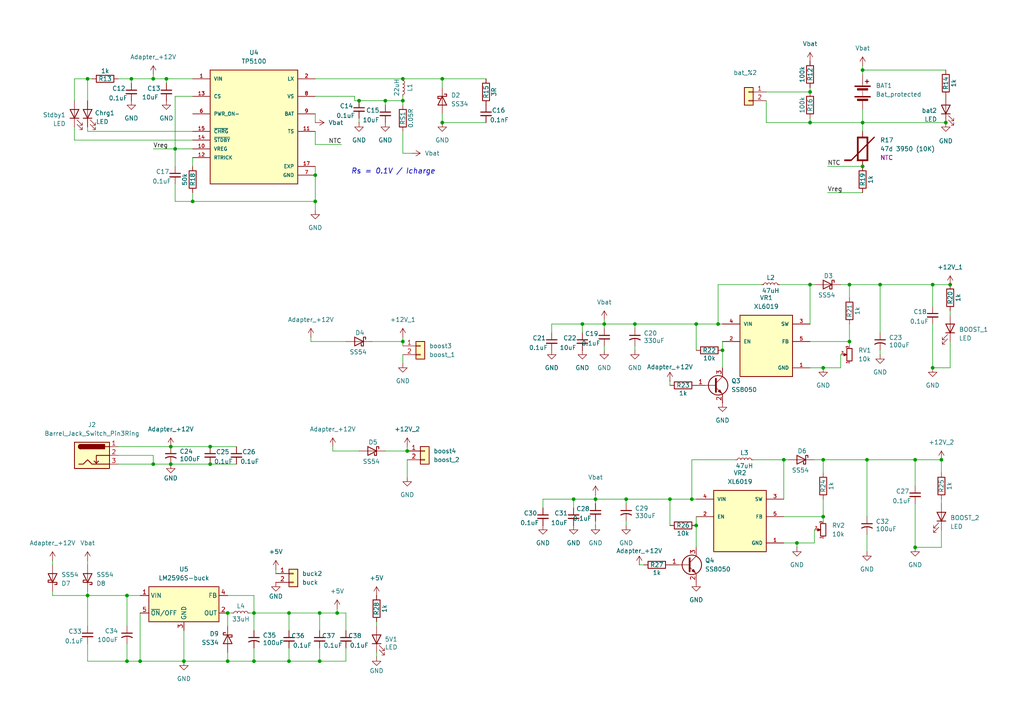
<source format=kicad_sch>
(kicad_sch (version 20250114) (generator "eeschema") (generator_version "9.0")
  (paper "A4")
  (text "Rs = 0.1V / Icharge" (at 114.046 49.784 0) (effects (font (size 1.524 1.524) (thickness 0.1905) (italic yes))))
  (junction (at 49.53 134.62))
  (junction (at 25.4 22.86))
  (junction (at 55.88 58.42))
  (junction (at 168.91 93.98))
  (junction (at 36.83 172.72))
  (junction (at 128.27 35.56))
  (junction (at 91.44 58.42))
  (junction (at 246.38 82.55))
  (junction (at 250.19 20.32))
  (junction (at 246.38 99.06))
  (junction (at 44.45 134.62))
  (junction (at 238.76 106.68))
  (junction (at 265.43 133.35))
  (junction (at 97.79 177.8))
  (junction (at 92.71 191.77))
  (junction (at 44.45 22.86))
  (junction (at 208.28 93.98))
  (junction (at 92.71 177.8))
  (junction (at 53.34 191.77))
  (junction (at 66.04 177.8))
  (junction (at 116.84 99.06))
  (junction (at 73.66 177.8))
  (junction (at 116.84 22.86))
  (junction (at 227.33 133.35))
  (junction (at 275.59 82.55))
  (junction (at 118.11 130.81))
  (junction (at 25.4 172.72))
  (junction (at 128.27 22.86))
  (junction (at 234.95 26.67))
  (junction (at 251.46 133.35))
  (junction (at 274.32 35.56))
  (junction (at 104.14 29.21))
  (junction (at 250.19 48.26))
  (junction (at 250.19 35.56))
  (junction (at 48.26 22.86))
  (junction (at 166.37 144.78))
  (junction (at 175.26 93.98))
  (junction (at 234.95 82.55))
  (junction (at 201.93 93.98))
  (junction (at 60.96 134.62))
  (junction (at 270.51 106.68))
  (junction (at 36.83 191.77))
  (junction (at 265.43 158.75))
  (junction (at 66.04 191.77))
  (junction (at 38.1 22.86))
  (junction (at 238.76 149.86))
  (junction (at 231.14 157.48))
  (junction (at 201.93 152.4))
  (junction (at 234.95 35.56))
  (junction (at 111.76 29.21))
  (junction (at 209.55 101.6))
  (junction (at 273.05 133.35))
  (junction (at 73.66 191.77))
  (junction (at 60.96 129.54))
  (junction (at 238.76 133.35))
  (junction (at 172.72 144.78))
  (junction (at 49.53 129.54))
  (junction (at 40.64 191.77))
  (junction (at 83.82 177.8))
  (junction (at 255.27 82.55))
  (junction (at 184.15 93.98))
  (junction (at 116.84 29.21))
  (junction (at 194.31 144.78))
  (junction (at 270.51 82.55))
  (junction (at 181.61 144.78))
  (junction (at 91.44 50.8))
  (junction (at 50.8 43.18))
  (junction (at 83.82 191.77))
  (junction (at 200.66 144.78))
  (wire (pts (xy 234.95 35.56) (xy 234.95 34.29)))
  (wire (pts (xy 181.61 146.05) (xy 181.61 144.78)))
  (wire (pts (xy 228.6 133.35) (xy 227.33 133.35)))
  (wire (pts (xy 83.82 187.96) (xy 83.82 191.77)))
  (wire (pts (xy 181.61 152.4) (xy 181.61 151.13)))
  (wire (pts (xy 91.44 50.8) (xy 91.44 58.42)))
  (wire (pts (xy 66.04 177.8) (xy 67.31 177.8)))
  (wire (pts (xy 172.72 144.78) (xy 181.61 144.78)))
  (wire (pts (xy 265.43 133.35) (xy 265.43 140.97)))
  (wire (pts (xy 200.66 144.78) (xy 201.93 144.78)))
  (wire (pts (xy 116.84 44.45) (xy 119.38 44.45)))
  (wire (pts (xy 83.82 191.77) (xy 92.71 191.77)))
  (wire (pts (xy 236.22 133.35) (xy 238.76 133.35)))
  (wire (pts (xy 273.05 146.05) (xy 273.05 144.78)))
  (wire (pts (xy 60.96 129.54) (xy 68.58 129.54)))
  (wire (pts (xy 157.48 147.32) (xy 157.48 144.78)))
  (wire (pts (xy 53.34 182.88) (xy 53.34 191.77)))
  (wire (pts (xy 238.76 133.35) (xy 238.76 137.16)))
  (wire (pts (xy 83.82 182.88) (xy 83.82 177.8)))
  (wire (pts (xy 91.44 60.96) (xy 91.44 58.42)))
  (wire (pts (xy 222.25 35.56) (xy 234.95 35.56)))
  (wire (pts (xy 116.84 100.33) (xy 116.84 99.06)))
  (wire (pts (xy 25.4 186.69) (xy 25.4 191.77)))
  (wire (pts (xy 102.87 29.21) (xy 104.14 29.21)))
  (wire (pts (xy 25.4 181.61) (xy 25.4 172.72)))
  (wire (pts (xy 91.44 33.02) (xy 91.44 35.56)))
  (wire (pts (xy 234.95 106.68) (xy 238.76 106.68)))
  (wire (pts (xy 250.19 31.75) (xy 250.19 35.56)))
  (wire (pts (xy 25.4 172.72) (xy 36.83 172.72)))
  (wire (pts (xy 25.4 29.21) (xy 25.4 22.86)))
  (wire (pts (xy 102.87 27.94) (xy 91.44 27.94)))
  (wire (pts (xy 25.4 38.1) (xy 55.88 38.1)))
  (wire (pts (xy 96.52 130.81) (xy 96.52 129.54)))
  (wire (pts (xy 111.76 30.48) (xy 111.76 29.21)))
  (wire (pts (xy 99.06 41.91) (xy 91.44 41.91)))
  (wire (pts (xy 44.45 21.59) (xy 44.45 22.86)))
  (wire (pts (xy 227.33 149.86) (xy 238.76 149.86)))
  (wire (pts (xy 66.04 181.61) (xy 66.04 177.8)))
  (wire (pts (xy 275.59 91.44) (xy 275.59 90.17)))
  (wire (pts (xy 44.45 132.08) (xy 44.45 134.62)))
  (wire (pts (xy 50.8 43.18) (xy 50.8 48.26)))
  (wire (pts (xy 107.95 99.06) (xy 116.84 99.06)))
  (wire (pts (xy 246.38 82.55) (xy 246.38 86.36)))
  (wire (pts (xy 25.4 171.45) (xy 25.4 172.72)))
  (wire (pts (xy 92.71 177.8) (xy 92.71 182.88)))
  (wire (pts (xy 255.27 102.87) (xy 255.27 101.6)))
  (wire (pts (xy 213.36 133.35) (xy 200.66 133.35)))
  (wire (pts (xy 118.11 133.35) (xy 118.11 138.43)))
  (wire (pts (xy 116.84 22.86) (xy 91.44 22.86)))
  (wire (pts (xy 185.42 163.83) (xy 186.69 163.83)))
  (wire (pts (xy 236.22 153.67) (xy 236.22 157.48)))
  (wire (pts (xy 49.53 134.62) (xy 60.96 134.62)))
  (wire (pts (xy 21.59 22.86) (xy 25.4 22.86)))
  (wire (pts (xy 15.24 162.56) (xy 15.24 163.83)))
  (wire (pts (xy 92.71 187.96) (xy 92.71 191.77)))
  (wire (pts (xy 201.93 93.98) (xy 201.93 101.6)))
  (wire (pts (xy 44.45 134.62) (xy 49.53 134.62)))
  (wire (pts (xy 34.29 22.86) (xy 38.1 22.86)))
  (wire (pts (xy 116.84 97.79) (xy 116.84 99.06)))
  (wire (pts (xy 240.03 48.26) (xy 250.19 48.26)))
  (wire (pts (xy 55.88 27.94) (xy 50.8 27.94)))
  (wire (pts (xy 194.31 144.78) (xy 194.31 152.4)))
  (wire (pts (xy 97.79 177.8) (xy 100.33 177.8)))
  (wire (pts (xy 255.27 82.55) (xy 270.51 82.55)))
  (wire (pts (xy 209.55 99.06) (xy 209.55 101.6)))
  (wire (pts (xy 243.84 82.55) (xy 246.38 82.55)))
  (wire (pts (xy 100.33 177.8) (xy 100.33 182.88)))
  (wire (pts (xy 109.22 180.34) (xy 109.22 181.61)))
  (wire (pts (xy 73.66 191.77) (xy 83.82 191.77)))
  (wire (pts (xy 265.43 158.75) (xy 265.43 146.05)))
  (wire (pts (xy 48.26 24.13) (xy 48.26 22.86)))
  (wire (pts (xy 80.01 165.1) (xy 80.01 166.37)))
  (wire (pts (xy 273.05 158.75) (xy 265.43 158.75)))
  (wire (pts (xy 166.37 144.78) (xy 172.72 144.78)))
  (wire (pts (xy 66.04 191.77) (xy 73.66 191.77)))
  (wire (pts (xy 128.27 35.56) (xy 140.97 35.56)))
  (wire (pts (xy 250.19 19.05) (xy 250.19 20.32)))
  (wire (pts (xy 184.15 95.25) (xy 184.15 93.98)))
  (wire (pts (xy 66.04 172.72) (xy 73.66 172.72)))
  (wire (pts (xy 208.28 93.98) (xy 209.55 93.98)))
  (wire (pts (xy 83.82 177.8) (xy 92.71 177.8)))
  (wire (pts (xy 55.88 45.72) (xy 55.88 48.26)))
  (wire (pts (xy 73.66 177.8) (xy 83.82 177.8)))
  (wire (pts (xy 34.29 132.08) (xy 44.45 132.08)))
  (wire (pts (xy 116.84 29.21) (xy 116.84 27.94)))
  (wire (pts (xy 168.91 93.98) (xy 175.26 93.98)))
  (wire (pts (xy 100.33 99.06) (xy 90.17 99.06)))
  (wire (pts (xy 15.24 172.72) (xy 15.24 171.45)))
  (wire (pts (xy 36.83 181.61) (xy 36.83 172.72)))
  (wire (pts (xy 251.46 133.35) (xy 251.46 149.86)))
  (wire (pts (xy 66.04 191.77) (xy 66.04 189.23)))
  (wire (pts (xy 55.88 55.88) (xy 55.88 58.42)))
  (wire (pts (xy 128.27 25.4) (xy 128.27 22.86)))
  (wire (pts (xy 160.02 93.98) (xy 168.91 93.98)))
  (wire (pts (xy 227.33 133.35) (xy 227.33 144.78)))
  (wire (pts (xy 15.24 172.72) (xy 25.4 172.72)))
  (wire (pts (xy 128.27 22.86) (xy 116.84 22.86)))
  (wire (pts (xy 111.76 130.81) (xy 118.11 130.81)))
  (wire (pts (xy 231.14 157.48) (xy 236.22 157.48)))
  (wire (pts (xy 175.26 93.98) (xy 184.15 93.98)))
  (wire (pts (xy 208.28 82.55) (xy 208.28 93.98)))
  (wire (pts (xy 49.53 129.54) (xy 60.96 129.54)))
  (wire (pts (xy 238.76 133.35) (xy 251.46 133.35)))
  (wire (pts (xy 200.66 133.35) (xy 200.66 144.78)))
  (wire (pts (xy 194.31 144.78) (xy 200.66 144.78)))
  (wire (pts (xy 251.46 160.02) (xy 251.46 154.94)))
  (wire (pts (xy 275.59 99.06) (xy 275.59 106.68)))
  (wire (pts (xy 50.8 43.18) (xy 55.88 43.18)))
  (wire (pts (xy 172.72 152.4) (xy 172.72 151.13)))
  (wire (pts (xy 175.26 93.98) (xy 175.26 92.71)))
  (wire (pts (xy 36.83 172.72) (xy 40.64 172.72)))
  (wire (pts (xy 234.95 99.06) (xy 246.38 99.06)))
  (wire (pts (xy 72.39 177.8) (xy 73.66 177.8)))
  (wire (pts (xy 91.44 48.26) (xy 91.44 50.8)))
  (wire (pts (xy 243.84 102.87) (xy 243.84 106.68)))
  (wire (pts (xy 184.15 101.6) (xy 184.15 100.33)))
  (wire (pts (xy 157.48 144.78) (xy 166.37 144.78)))
  (wire (pts (xy 231.14 158.75) (xy 231.14 157.48)))
  (wire (pts (xy 234.95 82.55) (xy 234.95 93.98)))
  (wire (pts (xy 34.29 129.54) (xy 49.53 129.54)))
  (wire (pts (xy 21.59 40.64) (xy 55.88 40.64)))
  (wire (pts (xy 246.38 82.55) (xy 255.27 82.55)))
  (wire (pts (xy 109.22 190.5) (xy 109.22 189.23)))
  (wire (pts (xy 116.84 30.48) (xy 116.84 29.21)))
  (wire (pts (xy 270.51 106.68) (xy 275.59 106.68)))
  (wire (pts (xy 265.43 133.35) (xy 273.05 133.35)))
  (wire (pts (xy 238.76 144.78) (xy 238.76 149.86)))
  (wire (pts (xy 50.8 58.42) (xy 55.88 58.42)))
  (wire (pts (xy 91.44 41.91) (xy 91.44 38.1)))
  (wire (pts (xy 25.4 36.83) (xy 25.4 38.1)))
  (wire (pts (xy 246.38 93.98) (xy 246.38 99.06)))
  (wire (pts (xy 236.22 82.55) (xy 234.95 82.55)))
  (wire (pts (xy 270.51 82.55) (xy 275.59 82.55)))
  (wire (pts (xy 38.1 22.86) (xy 44.45 22.86)))
  (wire (pts (xy 128.27 33.02) (xy 128.27 35.56)))
  (wire (pts (xy 168.91 96.52) (xy 168.91 93.98)))
  (wire (pts (xy 50.8 27.94) (xy 50.8 43.18)))
  (wire (pts (xy 92.71 191.77) (xy 100.33 191.77)))
  (wire (pts (xy 116.84 102.87) (xy 116.84 105.41)))
  (wire (pts (xy 25.4 191.77) (xy 36.83 191.77)))
  (wire (pts (xy 116.84 38.1) (xy 116.84 44.45)))
  (wire (pts (xy 104.14 29.21) (xy 111.76 29.21)))
  (wire (pts (xy 250.19 35.56) (xy 250.19 38.1)))
  (wire (pts (xy 175.26 101.6) (xy 175.26 100.33)))
  (wire (pts (xy 209.55 101.6) (xy 209.55 106.68)))
  (wire (pts (xy 184.15 93.98) (xy 201.93 93.98)))
  (wire (pts (xy 175.26 95.25) (xy 175.26 93.98)))
  (wire (pts (xy 36.83 191.77) (xy 40.64 191.77)))
  (wire (pts (xy 97.79 176.53) (xy 97.79 177.8)))
  (wire (pts (xy 100.33 187.96) (xy 100.33 191.77)))
  (wire (pts (xy 55.88 58.42) (xy 91.44 58.42)))
  (wire (pts (xy 50.8 53.34) (xy 50.8 58.42)))
  (wire (pts (xy 104.14 130.81) (xy 96.52 130.81)))
  (wire (pts (xy 222.25 29.21) (xy 222.25 35.56)))
  (wire (pts (xy 21.59 36.83) (xy 21.59 40.64)))
  (wire (pts (xy 194.31 110.49) (xy 194.31 111.76)))
  (wire (pts (xy 34.29 134.62) (xy 44.45 134.62)))
  (wire (pts (xy 118.11 130.81) (xy 118.11 129.54)))
  (wire (pts (xy 227.33 133.35) (xy 218.44 133.35)))
  (wire (pts (xy 251.46 133.35) (xy 265.43 133.35)))
  (wire (pts (xy 40.64 177.8) (xy 40.64 191.77)))
  (wire (pts (xy 234.95 82.55) (xy 226.06 82.55)))
  (wire (pts (xy 274.32 20.32) (xy 250.19 20.32)))
  (wire (pts (xy 250.19 21.59) (xy 250.19 20.32)))
  (wire (pts (xy 48.26 22.86) (xy 44.45 22.86)))
  (wire (pts (xy 222.25 26.67) (xy 234.95 26.67)))
  (wire (pts (xy 227.33 157.48) (xy 231.14 157.48)))
  (wire (pts (xy 92.71 177.8) (xy 97.79 177.8)))
  (wire (pts (xy 21.59 29.21) (xy 21.59 22.86)))
  (wire (pts (xy 246.38 99.06) (xy 246.38 100.33)))
  (wire (pts (xy 73.66 187.96) (xy 73.66 191.77)))
  (wire (pts (xy 238.76 106.68) (xy 243.84 106.68)))
  (wire (pts (xy 102.87 29.21) (xy 102.87 27.94)))
  (wire (pts (xy 234.95 35.56) (xy 250.19 35.56)))
  (wire (pts (xy 172.72 144.78) (xy 172.72 143.51)))
  (wire (pts (xy 201.93 93.98) (xy 208.28 93.98)))
  (wire (pts (xy 44.45 43.18) (xy 50.8 43.18)))
  (wire (pts (xy 270.51 106.68) (xy 270.51 93.98)))
  (wire (pts (xy 234.95 25.4) (xy 234.95 26.67)))
  (wire (pts (xy 53.34 191.77) (xy 66.04 191.77)))
  (wire (pts (xy 172.72 146.05) (xy 172.72 144.78)))
  (wire (pts (xy 220.98 82.55) (xy 208.28 82.55)))
  (wire (pts (xy 48.26 22.86) (xy 55.88 22.86)))
  (wire (pts (xy 255.27 82.55) (xy 255.27 96.52)))
  (wire (pts (xy 128.27 22.86) (xy 140.97 22.86)))
  (wire (pts (xy 73.66 177.8) (xy 73.66 182.88)))
  (wire (pts (xy 38.1 24.13) (xy 38.1 22.86)))
  (wire (pts (xy 73.66 172.72) (xy 73.66 177.8)))
  (wire (pts (xy 273.05 133.35) (xy 273.05 137.16)))
  (wire (pts (xy 111.76 29.21) (xy 116.84 29.21)))
  (wire (pts (xy 25.4 162.56) (xy 25.4 163.83)))
  (wire (pts (xy 201.93 149.86) (xy 201.93 152.4)))
  (wire (pts (xy 270.51 82.55) (xy 270.51 88.9)))
  (wire (pts (xy 40.64 191.77) (xy 53.34 191.77)))
  (wire (pts (xy 273.05 153.67) (xy 273.05 158.75)))
  (wire (pts (xy 36.83 186.69) (xy 36.83 191.77)))
  (wire (pts (xy 25.4 22.86) (xy 26.67 22.86)))
  (wire (pts (xy 90.17 99.06) (xy 90.17 97.79)))
  (wire (pts (xy 240.03 55.88) (xy 250.19 55.88)))
  (wire (pts (xy 238.76 149.86) (xy 238.76 151.13)))
  (wire (pts (xy 201.93 152.4) (xy 201.93 158.75)))
  (wire (pts (xy 160.02 96.52) (xy 160.02 93.98)))
  (wire (pts (xy 181.61 144.78) (xy 194.31 144.78)))
  (wire (pts (xy 250.19 35.56) (xy 274.32 35.56)))
  (wire (pts (xy 104.14 35.56) (xy 104.14 34.29)))
  (wire (pts (xy 166.37 147.32) (xy 166.37 144.78)))
  (wire (pts (xy 60.96 134.62) (xy 68.58 134.62)))
  (label "Vreg" (at 240.03 55.88 0))
  (label "NTC" (at 99.06 41.91 180))
  (label "Vreg" (at 44.45 43.18 0))
  (label "NTC" (at 240.03 48.26 0))
  (symbol (lib_id "PCM_4ms_Connector:Conn_01x02") (at 121.92 100.33 0) (unit 1)
    (property "Reference" "boost3" (at 124.46 100.3299 0) (effects (justify left)))
    (property "Value" "boost_1" (at 124.46 102.8699 0) (effects (justify left)))
    (property "Footprint" "Connector_JST:JST_VH_B2P-VH-B_1x02_P3.96mm_Vertical" (effects (hide yes)))
    (property "Description" "HEADER 1x2 MALE PINS 0.100” 180deg" (effects (hide yes)))
    (property "Specifications" "Pins_01x02, Header, Male Pins, 1*2, spacing 2.54mm, straight pin" (effects (hide yes)))
    (property "Manufacturer" "TAD" (effects (hide yes)))
    (property "Part Number" "1-0201FBV0T" (effects (hide yes)))
  )
  (symbol (lib_id "power:GND") (at 168.91 101.6 0) (unit 1)
    (property "Reference" "#PWR058" (effects (hide yes)))
    (property "Value" "GND" (at 168.91 106.68 0))
    (property "Description" "Power symbol creates a global label with name \"GND\" , ground" (effects (hide yes)))
  )
  (symbol (lib_id "Device:C_Small") (at 172.72 148.59 0) (unit 1)
    (property "Reference" "C28" (at 167.132 147.574 0) (effects (justify left)))
    (property "Value" "0.1uF" (at 166.116 150.368 0) (effects (justify left)))
    (property "Footprint" "PCM_4ms_Capacitor:C_0603" (effects (hide yes)))
    (property "Description" "Unpolarized capacitor, small symbol" (effects (hide yes)))
  )
  (symbol (lib_id "Device:C_Small_US") (at 251.46 152.4 0) (unit 1)
    (property "Reference" "C32" (at 254 151.2569 0) (effects (justify left)))
    (property "Value" "100uF" (at 254 153.416 0) (effects (justify left)))
    (property "Footprint" "PCM_Capacitor_SMD_Handsoldering_AKL:C_Elec_6.3x7.7" (effects (hide yes)))
    (property "Description" "capacitor, small US symbol" (effects (hide yes)))
  )
  (symbol (lib_id "Diode:1N5822") (at 128.27 29.21 270) (unit 1)
    (property "Reference" "D2" (at 130.81 27.6224 90) (effects (justify left)))
    (property "Value" "SS34" (at 130.81 30.1624 90) (effects (justify left)))
    (property "Footprint" "Diode_SMD:D_SMA" (effects (hide yes)))
    (property "Datasheet" "http://www.vishay.com/docs/88526/1n5820.pdf" (effects (hide yes)))
    (property "Description" "40V 3A Schottky Barrier Rectifier Diode, DO-201AD" (effects (hide yes)))
  )
  (symbol (lib_id "Device:C_Small") (at 48.26 26.67 0) (unit 1)
    (property "Reference" "C13" (at 42.672 25.654 0) (effects (justify left)))
    (property "Value" "10uF" (at 41.148 28.194 0) (effects (justify left)))
    (property "Footprint" "PCM_4ms_Capacitor:C_0603" (effects (hide yes)))
    (property "Description" "Unpolarized capacitor, small symbol" (effects (hide yes)))
  )
  (symbol (lib_id "power:GND") (at 104.14 35.56 0) (unit 1)
    (property "Reference" "#PWR047" (effects (hide yes)))
    (property "Value" "GND" (at 104.14 40.64 0))
    (property "Description" "Power symbol creates a global label with name \"GND\" , ground" (effects (hide yes)))
  )
  (symbol (lib_id "power:+12V") (at 25.4 162.56 0) (unit 1)
    (property "Reference" "#PWR082" (effects (hide yes)))
    (property "Value" "Vbat" (at 25.4 157.48 0))
    (property "Description" "Power symbol creates a global label with name \"+12V\"" (effects (hide yes)))
  )
  (symbol (lib_id "power:+12V") (at 49.53 129.54 0) (unit 1)
    (property "Reference" "#PWR067" (effects (hide yes)))
    (property "Value" "Adapter_+12V" (at 49.53 124.46 0))
    (property "Description" "Power symbol creates a global label with name \"+12V\"" (effects (hide yes)))
  )
  (symbol (lib_id "Device:R") (at 246.38 90.17 0) (mirror x) (unit 1)
    (property "Reference" "R21" (at 246.38 90.17 90))
    (property "Value" "1k" (at 248.666 90.17 90))
    (property "Footprint" "PCM_4ms_Resistor:R_0603" (effects (hide yes)))
    (property "Description" "Resistor" (effects (hide yes)))
  )
  (symbol (lib_id "power:GND") (at 231.14 158.75 0) (unit 1)
    (property "Reference" "#PWR078" (effects (hide yes)))
    (property "Value" "GND" (at 231.14 163.83 0))
    (property "Description" "Power symbol creates a global label with name \"GND\" , ground" (effects (hide yes)))
  )
  (symbol (lib_id "Device:C_Small") (at 38.1 26.67 0) (unit 1)
    (property "Reference" "C12" (at 32.512 25.654 0) (effects (justify left)))
    (property "Value" "0.1uF" (at 31.496 28.448 0) (effects (justify left)))
    (property "Footprint" "PCM_4ms_Capacitor:C_0603" (effects (hide yes)))
    (property "Description" "Unpolarized capacitor, small symbol" (effects (hide yes)))
  )
  (symbol (lib_id "power:+12V") (at 185.42 163.83 0) (unit 1)
    (property "Reference" "#PWR083" (effects (hide yes)))
    (property "Value" "Adapter_+12V" (at 185.42 159.766 0))
    (property "Description" "Power symbol creates a global label with name \"+12V\"" (effects (hide yes)))
  )
  (symbol (lib_id "Device:LED") (at 275.59 95.25 270) (mirror x) (unit 1)
    (property "Reference" "BOOST_1" (at 278.13 95.5674 90) (effects (justify left)))
    (property "Value" "LED" (at 278.13 98.1074 90) (effects (justify left)))
    (property "Footprint" "PCM_LED_SMD_AKL:LED_0603_1608Metric_Pad1.05x0.95mm" (effects (hide yes)))
    (property "Description" "Light emitting diode" (effects (hide yes)))
    (property "Sim.Pins" "1=K 2=A" (effects (hide yes)))
  )
  (symbol (lib_id "power:GND") (at 118.11 138.43 0) (unit 1)
    (property "Reference" "#PWR072" (effects (hide yes)))
    (property "Value" "GND" (at 118.11 143.51 0))
    (property "Description" "Power symbol creates a global label with name \"GND\" , ground" (effects (hide yes)))
  )
  (symbol (lib_id "power:GND") (at 157.48 152.4 0) (unit 1)
    (property "Reference" "#PWR074" (effects (hide yes)))
    (property "Value" "GND" (at 157.48 157.48 0))
    (property "Description" "Power symbol creates a global label with name \"GND\" , ground" (effects (hide yes)))
  )
  (symbol (lib_id "power:+12V") (at 172.72 143.51 0) (unit 1)
    (property "Reference" "#PWR073" (effects (hide yes)))
    (property "Value" "Vbat" (at 172.72 138.43 0))
    (property "Description" "Power symbol creates a global label with name \"+12V\"" (effects (hide yes)))
  )
  (symbol (lib_id "power:+5V") (at 80.01 165.1 0) (unit 1)
    (property "Reference" "#PWR084" (effects (hide yes)))
    (property "Value" "+5V" (at 80.01 160.02 0))
    (property "Description" "Power symbol creates a global label with name \"+5V\"" (effects (hide yes)))
  )
  (symbol (lib_id "Device:C_Small_US") (at 184.15 97.79 0) (unit 1)
    (property "Reference" "C20" (at 186.69 96.6469 0) (effects (justify left)))
    (property "Value" "330uF" (at 186.69 98.806 0) (effects (justify left)))
    (property "Footprint" "PCM_Capacitor_SMD_Handsoldering_AKL:C_Elec_6.3x7.7" (effects (hide yes)))
    (property "Description" "capacitor, small US symbol" (effects (hide yes)))
  )
  (symbol (lib_id "Connector:Barrel_Jack_Switch_Pin3Ring") (at 26.67 132.08 0) (unit 1)
    (property "Reference" "J2" (at 26.67 123.19 0))
    (property "Value" "Barrel_Jack_Switch_Pin3Ring" (at 26.67 125.73 0))
    (property "Footprint" "my_custom_footprint:GCT_DCJ200-10-A-XX-K_REVA" (effects (hide yes)))
    (property "Description" "DC Barrel Jack with an internal switch" (effects (hide yes)))
  )
  (symbol (lib_id "power:+12V") (at 44.45 21.59 0) (unit 1)
    (property "Reference" "#PWR043" (effects (hide yes)))
    (property "Value" "Adapter_+12V" (at 44.45 16.51 0))
    (property "Description" "Power symbol creates a global label with name \"+12V\"" (effects (hide yes)))
  )
  (symbol (lib_id "Device:C_Small") (at 111.76 33.02 0) (unit 1)
    (property "Reference" "C15" (at 106.172 32.004 0) (effects (justify left)))
    (property "Value" "10uF" (at 105.156 34.798 0) (effects (justify left)))
    (property "Footprint" "PCM_4ms_Capacitor:C_0603" (effects (hide yes)))
    (property "Description" "Unpolarized capacitor, small symbol" (effects (hide yes)))
  )
  (symbol (lib_id "Transistor_BJT:SS8050") (at 207.01 111.76 0) (unit 1)
    (property "Reference" "Q3" (at 212.09 110.4899 0) (effects (justify left)))
    (property "Value" "SS8050" (at 212.09 113.0299 0) (effects (justify left)))
    (property "Footprint" "Package_TO_SOT_SMD:SOT-23" (effects (hide yes)))
    (property "Datasheet" "http://www.secosgmbh.com/datasheet/products/SSMPTransistor/SOT-23/SS8050.pdf" (effects (hide yes)))
    (property "Description" "General Purpose NPN Transistor, 1.5A Ic, 25V Vce, SOT-23" (effects (hide yes)))
  )
  (symbol (lib_id "Device:C_Small") (at 168.91 99.06 0) (unit 1)
    (property "Reference" "C22" (at 163.322 98.044 0) (effects (justify left)))
    (property "Value" "10uF" (at 162.306 100.838 0) (effects (justify left)))
    (property "Footprint" "PCM_4ms_Capacitor:C_0603" (effects (hide yes)))
    (property "Description" "Unpolarized capacitor, small symbol" (effects (hide yes)))
  )
  (symbol (lib_id "Device:R") (at 205.74 101.6 270) (unit 1)
    (property "Reference" "R22" (at 205.74 101.6 90))
    (property "Value" "10k" (at 205.74 103.886 90))
    (property "Footprint" "PCM_4ms_Resistor:R_0603" (effects (hide yes)))
    (property "Description" "Resistor" (effects (hide yes)))
  )
  (symbol (lib_id "Device:C_Small") (at 83.82 185.42 0) (mirror y) (unit 1)
    (property "Reference" "C36" (at 88.392 184.404 0) (effects (justify left)))
    (property "Value" "0.1uF" (at 90.424 187.198 0) (effects (justify left)))
    (property "Footprint" "PCM_4ms_Capacitor:C_0603" (effects (hide yes)))
    (property "Description" "Unpolarized capacitor, small symbol" (effects (hide yes)))
  )
  (symbol (lib_id "Device:LED") (at 274.32 31.75 90) (unit 1)
    (property "Reference" "bat2" (at 271.78 32.0674 90) (effects (justify left)))
    (property "Value" "LED" (at 271.78 34.6074 90) (effects (justify left)))
    (property "Footprint" "PCM_LED_SMD_AKL:LED_0603_1608Metric_Pad1.05x0.95mm" (effects (hide yes)))
    (property "Description" "Light emitting diode" (effects (hide yes)))
    (property "Sim.Pins" "1=K 2=A" (effects (hide yes)))
  )
  (symbol (lib_id "Device:R") (at 190.5 163.83 270) (unit 1)
    (property "Reference" "R27" (at 190.5 163.83 90))
    (property "Value" "1k" (at 190.5 166.116 90))
    (property "Footprint" "PCM_4ms_Resistor:R_0603" (effects (hide yes)))
    (property "Description" "Resistor" (effects (hide yes)))
  )
  (symbol (lib_id "Device:C_Small_US") (at 181.61 148.59 0) (unit 1)
    (property "Reference" "C29" (at 184.15 147.4469 0) (effects (justify left)))
    (property "Value" "330uF" (at 184.15 149.606 0) (effects (justify left)))
    (property "Footprint" "PCM_Capacitor_SMD_Handsoldering_AKL:C_Elec_6.3x7.7" (effects (hide yes)))
    (property "Description" "capacitor, small US symbol" (effects (hide yes)))
  )
  (symbol (lib_id "Diode:1N5822") (at 232.41 133.35 0) (mirror y) (unit 1)
    (property "Reference" "D6" (at 233.9976 130.81 0) (effects (justify left)))
    (property "Value" "SS54" (at 234.696 136.398 0) (effects (justify left)))
    (property "Footprint" "Diode_SMD:D_SMA" (effects (hide yes)))
    (property "Datasheet" "http://www.vishay.com/docs/88526/1n5820.pdf" (effects (hide yes)))
    (property "Description" "40V 3A Schottky Barrier Rectifier Diode, DO-201AD" (effects (hide yes)))
  )
  (symbol (lib_id "power:GND") (at 255.27 102.87 0) (unit 1)
    (property "Reference" "#PWR061" (effects (hide yes)))
    (property "Value" "GND" (at 255.27 107.95 0))
    (property "Description" "Power symbol creates a global label with name \"GND\" , ground" (effects (hide yes)))
  )
  (symbol (lib_id "PCM_Elektuur:R-nonlin") (at 250.19 43.18 0) (unit 1)
    (property "Reference" "R17" (at 255.27 40.6399 0) (effects (justify left)))
    (property "Value" "47d 3950 (10K)" (at 255.27 43.1799 0) (effects (justify left)))
    (property "Footprint" "PCM_Resistor_THT_AKL_Double:R_Axial_DIN0204_L3.6mm_D1.6mm_P5.08mm_Horizontal" (effects (hide yes)))
    (property "Description" "non-linear resistor, inherent/intrinsic variability" (effects (hide yes)))
    (property "Indicator" "+" (effects (hide yes)))
    (property "Rating" "NTC" (at 255.27 45.7199 0) (effects (justify left)))
  )
  (symbol (lib_id "Device:LED") (at 109.22 185.42 90) (unit 1)
    (property "Reference" "5V1" (at 115.316 185.42 90) (effects (justify left)))
    (property "Value" "LED" (at 115.316 187.706 90) (effects (justify left)))
    (property "Footprint" "PCM_LED_SMD_AKL:LED_0603_1608Metric_Pad1.05x0.95mm" (effects (hide yes)))
    (property "Description" "Light emitting diode" (effects (hide yes)))
    (property "Sim.Pins" "1=K 2=A" (effects (hide yes)))
  )
  (symbol (lib_id "power:+12V") (at 194.31 110.49 0) (unit 1)
    (property "Reference" "#PWR065" (effects (hide yes)))
    (property "Value" "Adapter_+12V" (at 194.31 106.426 0))
    (property "Description" "Power symbol creates a global label with name \"+12V\"" (effects (hide yes)))
  )
  (symbol (lib_id "power:GND") (at 274.32 35.56 0) (unit 1)
    (property "Reference" "#PWR050" (effects (hide yes)))
    (property "Value" "GND" (at 274.32 40.894 0))
    (property "Description" "Power symbol creates a global label with name \"GND\" , ground" (effects (hide yes)))
  )
  (symbol (lib_id "Device:R") (at 234.95 21.59 0) (mirror y) (unit 1)
    (property "Reference" "R12" (at 234.95 21.59 90))
    (property "Value" "100k" (at 232.664 21.59 90))
    (property "Footprint" "PCM_4ms_Resistor:R_0603" (effects (hide yes)))
    (property "Description" "Resistor" (effects (hide yes)))
  )
  (symbol (lib_id "Diode:1N5822") (at 107.95 130.81 0) (mirror y) (unit 1)
    (property "Reference" "D5" (at 109.5376 128.27 0) (effects (justify left)))
    (property "Value" "SS54" (at 110.236 133.858 0) (effects (justify left)))
    (property "Footprint" "Diode_SMD:D_SMA" (effects (hide yes)))
    (property "Datasheet" "http://www.vishay.com/docs/88526/1n5820.pdf" (effects (hide yes)))
    (property "Description" "40V 3A Schottky Barrier Rectifier Diode, DO-201AD" (effects (hide yes)))
  )
  (symbol (lib_id "power:GND") (at 80.01 168.91 0) (unit 1)
    (property "Reference" "#PWR085" (effects (hide yes)))
    (property "Value" "GND" (at 80.01 172.974 0))
    (property "Description" "Power symbol creates a global label with name \"GND\" , ground" (effects (hide yes)))
  )
  (symbol (lib_id "Device:C_Small") (at 140.97 33.02 0) (mirror y) (unit 1)
    (property "Reference" "C16" (at 146.558 32.004 0) (effects (justify left)))
    (property "Value" "0.1nF" (at 147.574 34.798 0) (effects (justify left)))
    (property "Footprint" "PCM_4ms_Capacitor:C_0603" (effects (hide yes)))
    (property "Description" "Unpolarized capacitor, small symbol" (effects (hide yes)))
  )
  (symbol (lib_id "XL6009:XL6009") (at 214.63 149.86 0) (unit 1)
    (property "Reference" "VR2" (at 214.63 137.16 0))
    (property "Value" "XL6019" (at 214.63 139.7 0))
    (property "Footprint" "PCM_Package_TO_SOT_SMD_AKL:TO-263-5_TabPin6_ThermalVias" (effects (hide yes)))
    (property "MF" "XLSEMI" (effects (hide yes)))
    (property "MAXIMUM_PACKAGE_HEIGHT" "4.65mm" (effects (hide yes)))
    (property "Package" "TO-263-5L XLSEMI" (effects (hide yes)))
    (property "Price" "None" (effects (hide yes)))
    (property "Check_prices" "https://www.snapeda.com/parts/XL6009/XLSEMI/view-part/?ref=eda" (effects (hide yes)))
    (property "STANDARD" "IPC-7351B" (effects (hide yes)))
    (property "PARTREV" "1.1" (effects (hide yes)))
    (property "SnapEDA_Link" "https://www.snapeda.com/parts/XL6009/XLSEMI/view-part/?ref=snap" (effects (hide yes)))
    (property "MP" "XL6009" (effects (hide yes)))
    (property "Description_1" "The XL6009 regulator is a wide input range, current mode, DC/DC converter which is capable of generating either positive or negative output voltages." (effects (hide yes)))
    (property "Availability" "Not in stock" (effects (hide yes)))
    (property "MANUFACTURER" "XLSEMI" (effects (hide yes)))
  )
  (symbol (lib_id "power:+12V") (at 15.24 162.56 0) (unit 1)
    (property "Reference" "#PWR081" (effects (hide yes)))
    (property "Value" "Adapter_+12V" (at 15.24 157.48 0))
    (property "Description" "Power symbol creates a global label with name \"+12V\"" (effects (hide yes)))
  )
  (symbol (lib_id "Device:C_Small") (at 100.33 185.42 0) (mirror y) (unit 1)
    (property "Reference" "C38" (at 104.902 184.404 0) (effects (justify left)))
    (property "Value" "0.1uF" (at 106.934 187.198 0) (effects (justify left)))
    (property "Footprint" "PCM_4ms_Capacitor:C_0603" (effects (hide yes)))
    (property "Description" "Unpolarized capacitor, small symbol" (effects (hide yes)))
  )
  (symbol (lib_id "power:GND") (at 166.37 152.4 0) (unit 1)
    (property "Reference" "#PWR075" (effects (hide yes)))
    (property "Value" "GND" (at 166.37 157.48 0))
    (property "Description" "Power symbol creates a global label with name \"GND\" , ground" (effects (hide yes)))
  )
  (symbol (lib_id "power:GND") (at 48.26 29.21 0) (unit 1)
    (property "Reference" "#PWR045" (effects (hide yes)))
    (property "Value" "GND" (at 48.26 34.29 0))
    (property "Description" "Power symbol creates a global label with name \"GND\" , ground" (effects (hide yes)))
  )
  (symbol (lib_id "power:GND") (at 175.26 101.6 0) (unit 1)
    (property "Reference" "#PWR059" (effects (hide yes)))
    (property "Value" "GND" (at 175.26 106.68 0))
    (property "Description" "Power symbol creates a global label with name \"GND\" , ground" (effects (hide yes)))
  )
  (symbol (lib_id "power:+12V") (at 96.52 129.54 0) (unit 1)
    (property "Reference" "#PWR068" (effects (hide yes)))
    (property "Value" "Adapter_+12V" (at 96.52 124.46 0))
    (property "Description" "Power symbol creates a global label with name \"+12V\"" (effects (hide yes)))
  )
  (symbol (lib_id "Device:C_Small") (at 104.14 31.75 0) (unit 1)
    (property "Reference" "C14" (at 98.552 30.734 0) (effects (justify left)))
    (property "Value" "0.1uF" (at 97.536 33.528 0) (effects (justify left)))
    (property "Footprint" "PCM_4ms_Capacitor:C_0603" (effects (hide yes)))
    (property "Description" "Unpolarized capacitor, small symbol" (effects (hide yes)))
  )
  (symbol (lib_id "TP5100:TP5100") (at 73.66 35.56 0) (unit 1)
    (property "Reference" "U4" (at 73.66 15.24 0))
    (property "Value" "TP5100" (at 73.66 17.78 0))
    (property "Footprint" "Package_DFN_QFN:LQFN-16-1EP_3x3mm_P0.5mm_EP1.7x1.7mm" (effects (hide yes)))
    (property "MF" "NanJing Top Power ASIC Corp." (effects (hide yes)))
    (property "MAXIMUM_PACKAGE_HEIGHT" "0.9 mm" (effects (hide yes)))
    (property "Package" "Package" (effects (hide yes)))
    (property "Price" "None" (effects (hide yes)))
    (property "Check_prices" "https://www.snapeda.com/parts/TP5100/NanJing+Top+Power+ASIC+Corp./view-part/?ref=eda" (effects (hide yes)))
    (property "STANDARD" "IPC 7351B" (effects (hide yes)))
    (property "PARTREV" "2.3" (effects (hide yes)))
    (property "SnapEDA_Link" "https://www.snapeda.com/parts/TP5100/NanJing+Top+Power+ASIC+Corp./view-part/?ref=snap" (effects (hide yes)))
    (property "MP" "TP5100" (effects (hide yes)))
    (property "Description_1" "2A-switch buck 8.4V / 4.2V rechargeable lithium battery" (effects (hide yes)))
    (property "MANUFACTURER" "NanJing Top Power ASIC Corp." (effects (hide yes)))
    (property "Availability" "Not in stock" (effects (hide yes)))
    (property "SNAPEDA_PN" "TP5100" (effects (hide yes)))
  )
  (symbol (lib_id "Device:R") (at 198.12 152.4 270) (unit 1)
    (property "Reference" "R26" (at 198.12 152.4 90))
    (property "Value" "10k" (at 198.12 154.686 90))
    (property "Footprint" "PCM_4ms_Resistor:R_0603" (effects (hide yes)))
    (property "Description" "Resistor" (effects (hide yes)))
  )
  (symbol (lib_id "Regulator_Switching:LM2596S-5") (at 53.34 175.26 0) (unit 1)
    (property "Reference" "U5" (at 53.34 165.1 0))
    (property "Value" "LM2596S-buck" (at 53.34 167.64 0))
    (property "Footprint" "PCM_Package_TO_SOT_SMD_AKL:TO-263-5_TabPin3_ThermalVias" (effects (hide yes)))
    (property "Datasheet" "http://www.ti.com/lit/ds/symlink/lm2596.pdf" (effects (hide yes)))
    (property "Description" "5V 3A Step-Down Voltage Regulator, TO-263" (effects (hide yes)))
  )
  (symbol (lib_id "Diode:1N5822") (at 104.14 99.06 0) (mirror y) (unit 1)
    (property "Reference" "D4" (at 105.7276 96.52 0) (effects (justify left)))
    (property "Value" "SS54" (at 106.426 102.108 0) (effects (justify left)))
    (property "Footprint" "Diode_SMD:D_SMA" (effects (hide yes)))
    (property "Datasheet" "http://www.vishay.com/docs/88526/1n5820.pdf" (effects (hide yes)))
    (property "Description" "40V 3A Schottky Barrier Rectifier Diode, DO-201AD" (effects (hide yes)))
  )
  (symbol (lib_id "power:GND") (at 160.02 101.6 0) (unit 1)
    (property "Reference" "#PWR057" (effects (hide yes)))
    (property "Value" "GND" (at 160.02 106.68 0))
    (property "Description" "Power symbol creates a global label with name \"GND\" , ground" (effects (hide yes)))
  )
  (symbol (lib_id "Device:L_Small") (at 223.52 82.55 90) (unit 1)
    (property "Reference" "L2" (at 223.52 80.518 90))
    (property "Value" "47uH" (at 223.52 84.328 90))
    (property "Footprint" "PCM_Inductor_SMD_Handsoldering_AKL:L_7.3x7.3_H4.5" (effects (hide yes)))
    (property "Description" "Inductor, small symbol" (effects (hide yes)))
  )
  (symbol (lib_id "power:GND") (at 38.1 29.21 0) (unit 1)
    (property "Reference" "#PWR044" (effects (hide yes)))
    (property "Value" "GND" (at 38.1 34.29 0))
    (property "Description" "Power symbol creates a global label with name \"GND\" , ground" (effects (hide yes)))
  )
  (symbol (lib_id "Device:C_Small") (at 157.48 149.86 0) (unit 1)
    (property "Reference" "C30" (at 151.892 148.844 0) (effects (justify left)))
    (property "Value" "0.1uF" (at 150.876 151.638 0) (effects (justify left)))
    (property "Footprint" "PCM_4ms_Capacitor:C_0603" (effects (hide yes)))
    (property "Description" "Unpolarized capacitor, small symbol" (effects (hide yes)))
  )
  (symbol (lib_id "power:GND") (at 91.44 60.96 0) (unit 1)
    (property "Reference" "#PWR052" (effects (hide yes)))
    (property "Value" "GND" (at 91.44 66.04 0))
    (property "Description" "Power symbol creates a global label with name \"GND\" , ground" (effects (hide yes)))
  )
  (symbol (lib_id "Diode:1N5822") (at 25.4 167.64 270) (mirror x) (unit 1)
    (property "Reference" "D8" (at 27.94 169.2276 90) (effects (justify left)))
    (property "Value" "SS54" (at 27.94 166.6876 90) (effects (justify left)))
    (property "Footprint" "Diode_SMD:D_SMA" (effects (hide yes)))
    (property "Datasheet" "http://www.vishay.com/docs/88526/1n5820.pdf" (effects (hide yes)))
    (property "Description" "40V 3A Schottky Barrier Rectifier Diode, DO-201AD" (effects (hide yes)))
  )
  (symbol (lib_id "power:GND") (at 265.43 158.75 0) (unit 1)
    (property "Reference" "#PWR079" (effects (hide yes)))
    (property "Value" "GND" (at 265.43 163.83 0))
    (property "Description" "Power symbol creates a global label with name \"GND\" , ground" (effects (hide yes)))
  )
  (symbol (lib_id "power:+12V") (at 118.11 129.54 0) (unit 1)
    (property "Reference" "#PWR069" (effects (hide yes)))
    (property "Value" "+12V_2" (at 118.11 124.46 0))
    (property "Description" "Power symbol creates a global label with name \"+12V\"" (effects (hide yes)))
  )
  (symbol (lib_id "Device:R") (at 30.48 22.86 270) (mirror x) (unit 1)
    (property "Reference" "R13" (at 30.48 22.86 90))
    (property "Value" "1k" (at 30.48 20.574 90))
    (property "Footprint" "PCM_4ms_Resistor:R_0603" (effects (hide yes)))
    (property "Description" "Resistor" (effects (hide yes)))
  )
  (symbol (lib_id "Device:C_Small") (at 60.96 132.08 0) (mirror y) (unit 1)
    (property "Reference" "C25" (at 66.548 131.064 0) (effects (justify left)))
    (property "Value" "0.1uF" (at 67.564 133.858 0) (effects (justify left)))
    (property "Footprint" "PCM_4ms_Capacitor:C_0603" (effects (hide yes)))
    (property "Description" "Unpolarized capacitor, small symbol" (effects (hide yes)))
  )
  (symbol (lib_id "Device:R") (at 275.59 86.36 0) (mirror x) (unit 1)
    (property "Reference" "R20" (at 275.59 86.36 90))
    (property "Value" "1k" (at 277.876 86.36 90))
    (property "Footprint" "PCM_4ms_Resistor:R_0603" (effects (hide yes)))
    (property "Description" "Resistor" (effects (hide yes)))
  )
  (symbol (lib_id "power:+12V") (at 119.38 44.45 270) (unit 1)
    (property "Reference" "#PWR051" (effects (hide yes)))
    (property "Value" "Vbat" (at 123.19 44.4499 90) (effects (justify left)))
    (property "Description" "Power symbol creates a global label with name \"+12V\"" (effects (hide yes)))
  )
  (symbol (lib_id "PCM_4ms_Connector:Conn_01x02") (at 217.17 26.67 0) (mirror y) (unit 1)
    (property "Reference" "bat_%2" (at 216.154 21.082 0))
    (property "Value" "battery _percentage" (effects (hide yes)))
    (property "Footprint" "Connector_PinHeader_2.54mm:PinHeader_1x02_P2.54mm_Vertical" (effects (hide yes)))
    (property "Description" "HEADER 1x2 MALE PINS 0.100” 180deg" (effects (hide yes)))
    (property "Specifications" "Pins_01x02, Header, Male Pins, 1*2, spacing 2.54mm, straight pin" (effects (hide yes)))
    (property "Manufacturer" "TAD" (effects (hide yes)))
    (property "Part Number" "1-0201FBV0T" (effects (hide yes)))
  )
  (symbol (lib_id "power:+12V") (at 250.19 19.05 0) (unit 1)
    (property "Reference" "#PWR042" (effects (hide yes)))
    (property "Value" "Vbat" (at 250.19 13.97 0))
    (property "Description" "Power symbol creates a global label with name \"+12V\"" (effects (hide yes)))
  )
  (symbol (lib_id "Device:R") (at 198.12 111.76 270) (unit 1)
    (property "Reference" "R23" (at 198.12 111.76 90))
    (property "Value" "1k" (at 198.12 114.046 90))
    (property "Footprint" "PCM_4ms_Resistor:R_0603" (effects (hide yes)))
    (property "Description" "Resistor" (effects (hide yes)))
  )
  (symbol (lib_id "Device:R_Potentiometer_Small") (at 238.76 153.67 180) (unit 1)
    (property "Reference" "RV2" (at 241.3 152.3999 0) (effects (justify right)))
    (property "Value" "10k" (at 241.3 154.9399 0) (effects (justify right)))
    (property "Footprint" "PCM_Potentiometer_THT_AKL_Double:Potentiometer_Bourns_3266Y_Vertical" (effects (hide yes)))
    (property "Description" "Potentiometer" (effects (hide yes)))
  )
  (symbol (lib_id "Device:R") (at 273.05 140.97 0) (mirror x) (unit 1)
    (property "Reference" "R25" (at 273.05 140.97 90))
    (property "Value" "1k" (at 275.336 140.97 90))
    (property "Footprint" "PCM_4ms_Resistor:R_0603" (effects (hide yes)))
    (property "Description" "Resistor" (effects (hide yes)))
  )
  (symbol (lib_id "power:+12V") (at 91.44 35.56 270) (unit 1)
    (property "Reference" "#PWR046" (effects (hide yes)))
    (property "Value" "Vbat" (at 95.25 35.5599 90) (effects (justify left)))
    (property "Description" "Power symbol creates a global label with name \"+12V\"" (effects (hide yes)))
  )
  (symbol (lib_id "Device:C_Small") (at 68.58 132.08 0) (mirror y) (unit 1)
    (property "Reference" "C26" (at 74.168 131.064 0) (effects (justify left)))
    (property "Value" "0.1uF" (at 75.184 133.858 0) (effects (justify left)))
    (property "Footprint" "PCM_4ms_Capacitor:C_0603" (effects (hide yes)))
    (property "Description" "Unpolarized capacitor, small symbol" (effects (hide yes)))
  )
  (symbol (lib_id "power:GND") (at 49.53 134.62 0) (unit 1)
    (property "Reference" "#PWR071" (effects (hide yes)))
    (property "Value" "GND" (at 49.53 138.684 0))
    (property "Description" "Power symbol creates a global label with name \"GND\" , ground" (effects (hide yes)))
  )
  (symbol (lib_id "Device:C_Small") (at 92.71 185.42 0) (mirror y) (unit 1)
    (property "Reference" "C37" (at 97.282 184.404 0) (effects (justify left)))
    (property "Value" "0.1uF" (at 99.314 187.198 0) (effects (justify left)))
    (property "Footprint" "PCM_4ms_Capacitor:C_0603" (effects (hide yes)))
    (property "Description" "Unpolarized capacitor, small symbol" (effects (hide yes)))
  )
  (symbol (lib_id "Device:R") (at 250.19 52.07 0) (mirror x) (unit 1)
    (property "Reference" "R19" (at 250.19 52.07 90))
    (property "Value" "1k" (at 252.476 52.07 90))
    (property "Footprint" "PCM_4ms_Resistor:R_0603" (effects (hide yes)))
    (property "Description" "Resistor" (effects (hide yes)))
  )
  (symbol (lib_id "Device:R") (at 234.95 30.48 0) (mirror y) (unit 1)
    (property "Reference" "R16" (at 234.95 30.48 90))
    (property "Value" "100k" (at 232.664 30.48 90))
    (property "Footprint" "PCM_4ms_Resistor:R_0603" (effects (hide yes)))
    (property "Description" "Resistor" (effects (hide yes)))
  )
  (symbol (lib_id "Device:R") (at 55.88 52.07 180) (unit 1)
    (property "Reference" "R18" (at 55.88 52.07 90))
    (property "Value" "50k" (at 53.594 52.07 90))
    (property "Footprint" "PCM_4ms_Resistor:R_0603" (effects (hide yes)))
    (property "Description" "Resistor" (effects (hide yes)))
  )
  (symbol (lib_id "power:+5V") (at 97.79 176.53 0) (unit 1)
    (property "Reference" "#PWR088" (effects (hide yes)))
    (property "Value" "+5V" (at 97.79 171.45 0))
    (property "Description" "Power symbol creates a global label with name \"+5V\"" (effects (hide yes)))
  )
  (symbol (lib_id "power:GND") (at 238.76 106.68 0) (unit 1)
    (property "Reference" "#PWR063" (effects (hide yes)))
    (property "Value" "GND" (at 238.76 111.76 0))
    (property "Description" "Power symbol creates a global label with name \"GND\" , ground" (effects (hide yes)))
  )
  (symbol (lib_id "XL6009:XL6009") (at 222.25 99.06 0) (unit 1)
    (property "Reference" "VR1" (at 222.25 86.36 0))
    (property "Value" "XL6019" (at 222.25 88.9 0))
    (property "Footprint" "PCM_Package_TO_SOT_SMD_AKL:TO-263-5_TabPin6_ThermalVias" (effects (hide yes)))
    (property "MF" "XLSEMI" (effects (hide yes)))
    (property "MAXIMUM_PACKAGE_HEIGHT" "4.65mm" (effects (hide yes)))
    (property "Package" "TO-263-5L XLSEMI" (effects (hide yes)))
    (property "Price" "None" (effects (hide yes)))
    (property "Check_prices" "https://www.snapeda.com/parts/XL6009/XLSEMI/view-part/?ref=eda" (effects (hide yes)))
    (property "STANDARD" "IPC-7351B" (effects (hide yes)))
    (property "PARTREV" "1.1" (effects (hide yes)))
    (property "SnapEDA_Link" "https://www.snapeda.com/parts/XL6009/XLSEMI/view-part/?ref=snap" (effects (hide yes)))
    (property "MP" "XL6009" (effects (hide yes)))
    (property "Description_1" "The XL6009 regulator is a wide input range, current mode, DC/DC converter which is capable of generating either positive or negative output voltages." (effects (hide yes)))
    (property "Availability" "Not in stock" (effects (hide yes)))
    (property "MANUFACTURER" "XLSEMI" (effects (hide yes)))
  )
  (symbol (lib_id "Device:C_Small_US") (at 36.83 184.15 0) (mirror y) (unit 1)
    (property "Reference" "C34" (at 34.29 183.0069 0) (effects (justify left)))
    (property "Value" "100uF" (at 34.29 185.5469 0) (effects (justify left)))
    (property "Footprint" "PCM_Capacitor_SMD_Handsoldering_AKL:C_Elec_6.3x7.7" (effects (hide yes)))
    (property "Description" "capacitor, small US symbol" (effects (hide yes)))
  )
  (symbol (lib_id "power:+3.3V") (at 109.22 172.72 0) (unit 1)
    (property "Reference" "#PWR087" (effects (hide yes)))
    (property "Value" "+5V" (at 109.22 167.64 0))
    (property "Description" "Power symbol creates a global label with name \"+3.3V\"" (effects (hide yes)))
  )
  (symbol (lib_id "Diode:1N5822") (at 15.24 167.64 270) (mirror x) (unit 1)
    (property "Reference" "D7" (at 17.78 169.2276 90) (effects (justify left)))
    (property "Value" "SS54" (at 17.78 166.6876 90) (effects (justify left)))
    (property "Footprint" "Diode_SMD:D_SMA" (effects (hide yes)))
    (property "Datasheet" "http://www.vishay.com/docs/88526/1n5820.pdf" (effects (hide yes)))
    (property "Description" "40V 3A Schottky Barrier Rectifier Diode, DO-201AD" (effects (hide yes)))
  )
  (symbol (lib_id "Device:R") (at 238.76 140.97 0) (mirror x) (unit 1)
    (property "Reference" "R24" (at 238.76 140.97 90))
    (property "Value" "1k" (at 241.046 140.97 90))
    (property "Footprint" "PCM_4ms_Resistor:R_0603" (effects (hide yes)))
    (property "Description" "Resistor" (effects (hide yes)))
  )
  (symbol (lib_id "Device:R") (at 116.84 34.29 180) (unit 1)
    (property "Reference" "RS1" (at 116.84 34.29 90))
    (property "Value" "0.05R" (at 119.126 34.29 90))
    (property "Footprint" "PCM_4ms_Resistor:R_0603" (effects (hide yes)))
    (property "Description" "Resistor" (effects (hide yes)))
  )
  (symbol (lib_id "power:GND") (at 270.51 106.68 0) (unit 1)
    (property "Reference" "#PWR064" (effects (hide yes)))
    (property "Value" "GND" (at 270.51 111.76 0))
    (property "Description" "Power symbol creates a global label with name \"GND\" , ground" (effects (hide yes)))
  )
  (symbol (lib_id "Device:C_Small_US") (at 49.53 132.08 0) (unit 1)
    (property "Reference" "C24" (at 52.07 130.9369 0) (effects (justify left)))
    (property "Value" "100uF" (at 52.07 133.096 0) (effects (justify left)))
    (property "Footprint" "PCM_Capacitor_SMD_Handsoldering_AKL:C_Elec_6.3x7.7" (effects (hide yes)))
    (property "Description" "capacitor, small US symbol" (effects (hide yes)))
  )
  (symbol (lib_id "Device:C_Small") (at 25.4 184.15 0) (unit 1)
    (property "Reference" "C33" (at 19.812 183.134 0) (effects (justify left)))
    (property "Value" "0.1uF" (at 18.796 185.928 0) (effects (justify left)))
    (property "Footprint" "PCM_4ms_Capacitor:C_0603" (effects (hide yes)))
    (property "Description" "Unpolarized capacitor, small symbol" (effects (hide yes)))
  )
  (symbol (lib_id "power:GND") (at 111.76 35.56 0) (unit 1)
    (property "Reference" "#PWR048" (effects (hide yes)))
    (property "Value" "GND" (at 111.76 40.64 0))
    (property "Description" "Power symbol creates a global label with name \"GND\" , ground" (effects (hide yes)))
  )
  (symbol (lib_id "Device:R") (at 140.97 26.67 0) (mirror x) (unit 1)
    (property "Reference" "R15" (at 140.97 26.67 90))
    (property "Value" "3R" (at 143.256 26.67 90))
    (property "Footprint" "PCM_4ms_Resistor:R_0603" (effects (hide yes)))
    (property "Description" "Resistor" (effects (hide yes)))
  )
  (symbol (lib_id "power:+12V") (at 116.84 97.79 0) (unit 1)
    (property "Reference" "#PWR056" (effects (hide yes)))
    (property "Value" "+12V_1" (at 116.84 92.71 0))
    (property "Description" "Power symbol creates a global label with name \"+12V\"" (effects (hide yes)))
  )
  (symbol (lib_id "power:+12V") (at 175.26 92.71 0) (unit 1)
    (property "Reference" "#PWR054" (effects (hide yes)))
    (property "Value" "Vbat" (at 175.26 87.63 0))
    (property "Description" "Power symbol creates a global label with name \"+12V\"" (effects (hide yes)))
  )
  (symbol (lib_id "Device:L_Small") (at 215.9 133.35 90) (unit 1)
    (property "Reference" "L3" (at 215.9 131.318 90))
    (property "Value" "47uH" (at 215.9 135.128 90))
    (property "Footprint" "PCM_Inductor_SMD_Handsoldering_AKL:L_7.3x7.3_H4.5" (effects (hide yes)))
    (property "Description" "Inductor, small symbol" (effects (hide yes)))
  )
  (symbol (lib_id "power:GND") (at 109.22 190.5 0) (unit 1)
    (property "Reference" "#PWR089" (effects (hide yes)))
    (property "Value" "GND" (at 109.22 194.564 0))
    (property "Description" "Power symbol creates a global label with name \"GND\" , ground" (effects (hide yes)))
  )
  (symbol (lib_id "Device:R_Potentiometer_Small") (at 246.38 102.87 180) (unit 1)
    (property "Reference" "RV1" (at 248.92 101.5999 0) (effects (justify right)))
    (property "Value" "10k" (at 248.92 104.1399 0) (effects (justify right)))
    (property "Footprint" "PCM_Potentiometer_THT_AKL_Double:Potentiometer_Bourns_3266Y_Vertical" (effects (hide yes)))
    (property "Description" "Potentiometer" (effects (hide yes)))
  )
  (symbol (lib_id "Device:C_Small") (at 265.43 143.51 0) (unit 1)
    (property "Reference" "C27" (at 259.842 142.494 0) (effects (justify left)))
    (property "Value" "0.1uF" (at 258.826 145.288 0) (effects (justify left)))
    (property "Footprint" "PCM_4ms_Capacitor:C_0603" (effects (hide yes)))
    (property "Description" "Unpolarized capacitor, small symbol" (effects (hide yes)))
  )
  (symbol (lib_id "Device:C_Small_US") (at 255.27 99.06 0) (unit 1)
    (property "Reference" "C23" (at 257.81 97.9169 0) (effects (justify left)))
    (property "Value" "100uF" (at 257.81 100.076 0) (effects (justify left)))
    (property "Footprint" "PCM_Capacitor_SMD_Handsoldering_AKL:C_Elec_6.3x7.7" (effects (hide yes)))
    (property "Description" "capacitor, small US symbol" (effects (hide yes)))
  )
  (symbol (lib_id "power:GND") (at 53.34 191.77 0) (unit 1)
    (property "Reference" "#PWR090" (effects (hide yes)))
    (property "Value" "GND" (at 53.34 196.85 0))
    (property "Description" "Power symbol creates a global label with name \"GND\" , ground" (effects (hide yes)))
  )
  (symbol (lib_id "power:GND") (at 181.61 152.4 0) (unit 1)
    (property "Reference" "#PWR077" (effects (hide yes)))
    (property "Value" "GND" (at 181.61 157.48 0))
    (property "Description" "Power symbol creates a global label with name \"GND\" , ground" (effects (hide yes)))
  )
  (symbol (lib_id "Device:LED") (at 273.05 149.86 270) (mirror x) (unit 1)
    (property "Reference" "BOOST_2" (at 275.59 150.1774 90) (effects (justify left)))
    (property "Value" "LED" (at 275.59 152.7174 90) (effects (justify left)))
    (property "Footprint" "PCM_LED_SMD_AKL:LED_0603_1608Metric_Pad1.05x0.95mm" (effects (hide yes)))
    (property "Description" "Light emitting diode" (effects (hide yes)))
    (property "Sim.Pins" "1=K 2=A" (effects (hide yes)))
  )
  (symbol (lib_id "power:GND") (at 184.15 101.6 0) (unit 1)
    (property "Reference" "#PWR060" (effects (hide yes)))
    (property "Value" "GND" (at 184.15 106.68 0))
    (property "Description" "Power symbol creates a global label with name \"GND\" , ground" (effects (hide yes)))
  )
  (symbol (lib_id "Device:C_Small") (at 270.51 91.44 0) (unit 1)
    (property "Reference" "C18" (at 264.922 90.424 0) (effects (justify left)))
    (property "Value" "0.1uF" (at 263.906 93.218 0) (effects (justify left)))
    (property "Footprint" "PCM_4ms_Capacitor:C_0603" (effects (hide yes)))
    (property "Description" "Unpolarized capacitor, small symbol" (effects (hide yes)))
  )
  (symbol (lib_id "Device:C_Small") (at 175.26 97.79 0) (unit 1)
    (property "Reference" "C19" (at 169.672 96.774 0) (effects (justify left)))
    (property "Value" "0.1uF" (at 168.656 99.568 0) (effects (justify left)))
    (property "Footprint" "PCM_4ms_Capacitor:C_0603" (effects (hide yes)))
    (property "Description" "Unpolarized capacitor, small symbol" (effects (hide yes)))
  )
  (symbol (lib_id "power:GND") (at 116.84 105.41 0) (unit 1)
    (property "Reference" "#PWR062" (effects (hide yes)))
    (property "Value" "GND" (at 116.84 110.49 0))
    (property "Description" "Power symbol creates a global label with name \"GND\" , ground" (effects (hide yes)))
  )
  (symbol (lib_id "power:+12V") (at 273.05 133.35 0) (unit 1)
    (property "Reference" "#PWR070" (effects (hide yes)))
    (property "Value" "+12V_2" (at 273.05 128.27 0))
    (property "Description" "Power symbol creates a global label with name \"+12V\"" (effects (hide yes)))
  )
  (symbol (lib_id "power:GND") (at 251.46 160.02 0) (unit 1)
    (property "Reference" "#PWR080" (effects (hide yes)))
    (property "Value" "GND" (at 251.46 165.1 0))
    (property "Description" "Power symbol creates a global label with name \"GND\" , ground" (effects (hide yes)))
  )
  (symbol (lib_id "PCM_4ms_Connector:Conn_01x02") (at 123.19 130.81 0) (unit 1)
    (property "Reference" "boost4" (at 125.73 130.8099 0) (effects (justify left)))
    (property "Value" "boost_2" (at 125.73 133.3499 0) (effects (justify left)))
    (property "Footprint" "Connector_JST:JST_VH_B2P-VH-B_1x02_P3.96mm_Vertical" (effects (hide yes)))
    (property "Description" "HEADER 1x2 MALE PINS 0.100” 180deg" (effects (hide yes)))
    (property "Specifications" "Pins_01x02, Header, Male Pins, 1*2, spacing 2.54mm, straight pin" (effects (hide yes)))
    (property "Manufacturer" "TAD" (effects (hide yes)))
    (property "Part Number" "1-0201FBV0T" (effects (hide yes)))
  )
  (symbol (lib_id "Diode:1N5822") (at 66.04 185.42 90) (mirror x) (unit 1)
    (property "Reference" "D9" (at 63.5 183.8324 90) (effects (justify left)))
    (property "Value" "SS34" (at 63.5 186.3724 90) (effects (justify left)))
    (property "Footprint" "Diode_SMD:D_SMA" (effects (hide yes)))
    (property "Datasheet" "http://www.vishay.com/docs/88526/1n5820.pdf" (effects (hide yes)))
    (property "Description" "40V 3A Schottky Barrier Rectifier Diode, DO-201AD" (effects (hide yes)))
  )
  (symbol (lib_id "PCM_4ms_Connector:Conn_01x02") (at 85.09 166.37 0) (unit 1)
    (property "Reference" "buck2" (at 87.63 166.3699 0) (effects (justify left)))
    (property "Value" "buck" (at 87.63 168.9099 0) (effects (justify left)))
    (property "Footprint" "Connector_JST:JST_VH_B2P-VH-B_1x02_P3.96mm_Vertical" (effects (hide yes)))
    (property "Description" "HEADER 1x2 MALE PINS 0.100” 180deg" (effects (hide yes)))
    (property "Specifications" "Pins_01x02, Header, Male Pins, 1*2, spacing 2.54mm, straight pin" (effects (hide yes)))
    (property "Manufacturer" "TAD" (effects (hide yes)))
    (property "Part Number" "1-0201FBV0T" (effects (hide yes)))
  )
  (symbol (lib_id "power:GND") (at 201.93 168.91 0) (unit 1)
    (property "Reference" "#PWR086" (effects (hide yes)))
    (property "Value" "GND" (at 201.93 173.99 0))
    (property "Description" "Power symbol creates a global label with name \"GND\" , ground" (effects (hide yes)))
  )
  (symbol (lib_id "Diode:1N5822") (at 240.03 82.55 0) (mirror y) (unit 1)
    (property "Reference" "D3" (at 241.6176 80.01 0) (effects (justify left)))
    (property "Value" "SS54" (at 242.316 85.598 0) (effects (justify left)))
    (property "Footprint" "Diode_SMD:D_SMA" (effects (hide yes)))
    (property "Datasheet" "http://www.vishay.com/docs/88526/1n5820.pdf" (effects (hide yes)))
    (property "Description" "40V 3A Schottky Barrier Rectifier Diode, DO-201AD" (effects (hide yes)))
  )
  (symbol (lib_id "power:+12V") (at 234.95 17.78 0) (unit 1)
    (property "Reference" "#PWR041" (effects (hide yes)))
    (property "Value" "Vbat" (at 234.95 12.7 0))
    (property "Description" "Power symbol creates a global label with name \"+12V\"" (effects (hide yes)))
  )
  (symbol (lib_id "power:+12V") (at 275.59 82.55 0) (unit 1)
    (property "Reference" "#PWR053" (effects (hide yes)))
    (property "Value" "+12V_1" (at 275.59 77.47 0))
    (property "Description" "Power symbol creates a global label with name \"+12V\"" (effects (hide yes)))
  )
  (symbol (lib_id "Device:L_Small") (at 116.84 25.4 0) (unit 1)
    (property "Reference" "L1" (at 118.872 25.4 90))
    (property "Value" "22uH" (at 115.062 25.4 90))
    (property "Footprint" "PCM_Inductor_SMD_Handsoldering_AKL:L_7.3x7.3_H4.5" (effects (hide yes)))
    (property "Description" "Inductor, small symbol" (effects (hide yes)))
  )
  (symbol (lib_id "Transistor_BJT:SS8050") (at 199.39 163.83 0) (unit 1)
    (property "Reference" "Q4" (at 204.47 162.5599 0) (effects (justify left)))
    (property "Value" "SS8050" (at 204.47 165.0999 0) (effects (justify left)))
    (property "Footprint" "Package_TO_SOT_SMD:SOT-23" (effects (hide yes)))
    (property "Datasheet" "http://www.secosgmbh.com/datasheet/products/SSMPTransistor/SOT-23/SS8050.pdf" (effects (hide yes)))
    (property "Description" "General Purpose NPN Transistor, 1.5A Ic, 25V Vce, SOT-23" (effects (hide yes)))
  )
  (symbol (lib_id "Device:C_Small_US") (at 73.66 185.42 0) (unit 1)
    (property "Reference" "C35" (at 76.2 184.2769 0) (effects (justify left)))
    (property "Value" "100uF" (at 76.2 186.436 0) (effects (justify left)))
    (property "Footprint" "PCM_Capacitor_SMD_Handsoldering_AKL:C_Elec_6.3x7.7" (effects (hide yes)))
    (property "Description" "capacitor, small US symbol" (effects (hide yes)))
  )
  (symbol (lib_id "Device:LED") (at 25.4 33.02 90) (unit 1)
    (property "Reference" "Chrg1" (at 33.274 32.766 90) (effects (justify left)))
    (property "Value" "LED" (at 31.496 35.306 90) (effects (justify left)))
    (property "Footprint" "PCM_LED_SMD_AKL:LED_0603_1608Metric_Pad1.05x0.95mm" (effects (hide yes)))
    (property "Description" "Light emitting diode" (effects (hide yes)))
    (property "Sim.Pins" "1=K 2=A" (effects (hide yes)))
  )
  (symbol (lib_id "Device:L_Small") (at 69.85 177.8 90) (unit 1)
    (property "Reference" "L4" (at 69.85 175.768 90))
    (property "Value" "33uH" (at 69.85 179.578 90))
    (property "Footprint" "PCM_Inductor_SMD_Handsoldering_AKL:L_7.3x7.3_H4.5" (effects (hide yes)))
    (property "Description" "Inductor, small symbol" (effects (hide yes)))
  )
  (symbol (lib_id "power:+12V") (at 90.17 97.79 0) (unit 1)
    (property "Reference" "#PWR055" (effects (hide yes)))
    (property "Value" "Adapter_+12V" (at 90.17 92.71 0))
    (property "Description" "Power symbol creates a global label with name \"+12V\"" (effects (hide yes)))
  )
  (symbol (lib_id "Device:C_Small") (at 166.37 149.86 0) (unit 1)
    (property "Reference" "C31" (at 160.782 148.844 0) (effects (justify left)))
    (property "Value" "10uF" (at 159.766 151.638 0) (effects (justify left)))
    (property "Footprint" "PCM_4ms_Capacitor:C_0603" (effects (hide yes)))
    (property "Description" "Unpolarized capacitor, small symbol" (effects (hide yes)))
  )
  (symbol (lib_id "Device:R") (at 109.22 176.53 0) (mirror x) (unit 1)
    (property "Reference" "R28" (at 109.22 176.53 90))
    (property "Value" "1k" (at 111.506 176.53 90))
    (property "Footprint" "PCM_4ms_Resistor:R_0603" (effects (hide yes)))
    (property "Description" "Resistor" (effects (hide yes)))
  )
  (symbol (lib_id "power:GND") (at 172.72 152.4 0) (unit 1)
    (property "Reference" "#PWR076" (effects (hide yes)))
    (property "Value" "GND" (at 172.72 157.48 0))
    (property "Description" "Power symbol creates a global label with name \"GND\" , ground" (effects (hide yes)))
  )
  (symbol (lib_id "Device:C_Small") (at 160.02 99.06 0) (unit 1)
    (property "Reference" "C21" (at 154.432 98.044 0) (effects (justify left)))
    (property "Value" "0.1uF" (at 153.416 100.838 0) (effects (justify left)))
    (property "Footprint" "PCM_4ms_Capacitor:C_0603" (effects (hide yes)))
    (property "Description" "Unpolarized capacitor, small symbol" (effects (hide yes)))
  )
  (symbol (lib_id "Device:Battery") (at 250.19 26.67 0) (unit 1)
    (property "Reference" "BAT1" (at 254 24.8284 0) (effects (justify left)))
    (property "Value" "Bat_protected" (at 254 27.3684 0) (effects (justify left)))
    (property "Footprint" "Connector_JST:JST_VH_B2P-VH-B_1x02_P3.96mm_Vertical" (effects (hide yes)))
    (property "Description" "Multiple-cell battery" (effects (hide yes)))
  )
  (symbol (lib_id "Device:R") (at 274.32 24.13 0) (mirror x) (unit 1)
    (property "Reference" "R14" (at 274.32 24.13 90))
    (property "Value" "1k" (at 276.606 24.13 90))
    (property "Footprint" "PCM_4ms_Resistor:R_0603" (effects (hide yes)))
    (property "Description" "Resistor" (effects (hide yes)))
  )
  (symbol (lib_id "power:GND") (at 128.27 35.56 0) (unit 1)
    (property "Reference" "#PWR049" (effects (hide yes)))
    (property "Value" "GND" (at 128.27 40.64 0))
    (property "Description" "Power symbol creates a global label with name \"GND\" , ground" (effects (hide yes)))
  )
  (symbol (lib_id "power:GND") (at 209.55 116.84 0) (unit 1)
    (property "Reference" "#PWR066" (effects (hide yes)))
    (property "Value" "GND" (at 209.55 121.92 0))
    (property "Description" "Power symbol creates a global label with name \"GND\" , ground" (effects (hide yes)))
  )
  (symbol (lib_id "Device:C_Small") (at 50.8 50.8 0) (unit 1)
    (property "Reference" "C17" (at 45.212 49.784 0) (effects (justify left)))
    (property "Value" "0.1uF" (at 44.196 52.578 0) (effects (justify left)))
    (property "Footprint" "PCM_4ms_Capacitor:C_0603" (effects (hide yes)))
    (property "Description" "Unpolarized capacitor, small symbol" (effects (hide yes)))
  )
  (symbol (lib_id "Device:LED") (at 21.59 33.02 90) (unit 1)
    (property "Reference" "Stdby1" (at 19.05 33.3374 90) (effects (justify left)))
    (property "Value" "LED" (at 19.05 35.8774 90) (effects (justify left)))
    (property "Footprint" "PCM_LED_SMD_AKL:LED_0603_1608Metric_Pad1.05x0.95mm" (effects (hide yes)))
    (property "Description" "Light emitting diode" (effects (hide yes)))
    (property "Sim.Pins" "1=K 2=A" (effects (hide yes)))
  )
)
</source>
